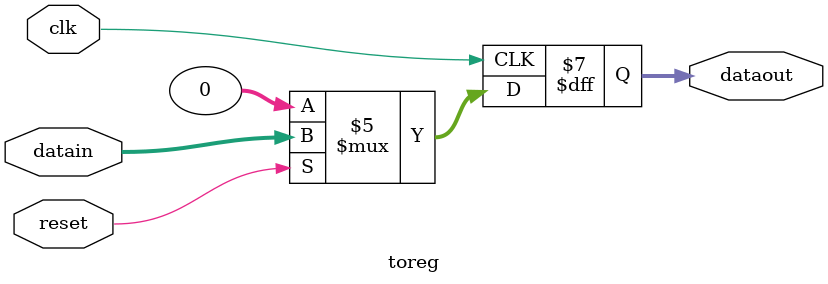
<source format=v>
`timescale 1ns / 1ps


module toreg(
    input clk,
    input reset,
    input[31:0] datain,
    output reg[31:0] dataout
);
    
initial begin
    dataout = 0;
end


always@(posedge clk) begin
    if (reset==0) begin
        dataout<=0;
    end
    else begin
        dataout <= datain;
    end
end

endmodule


</source>
